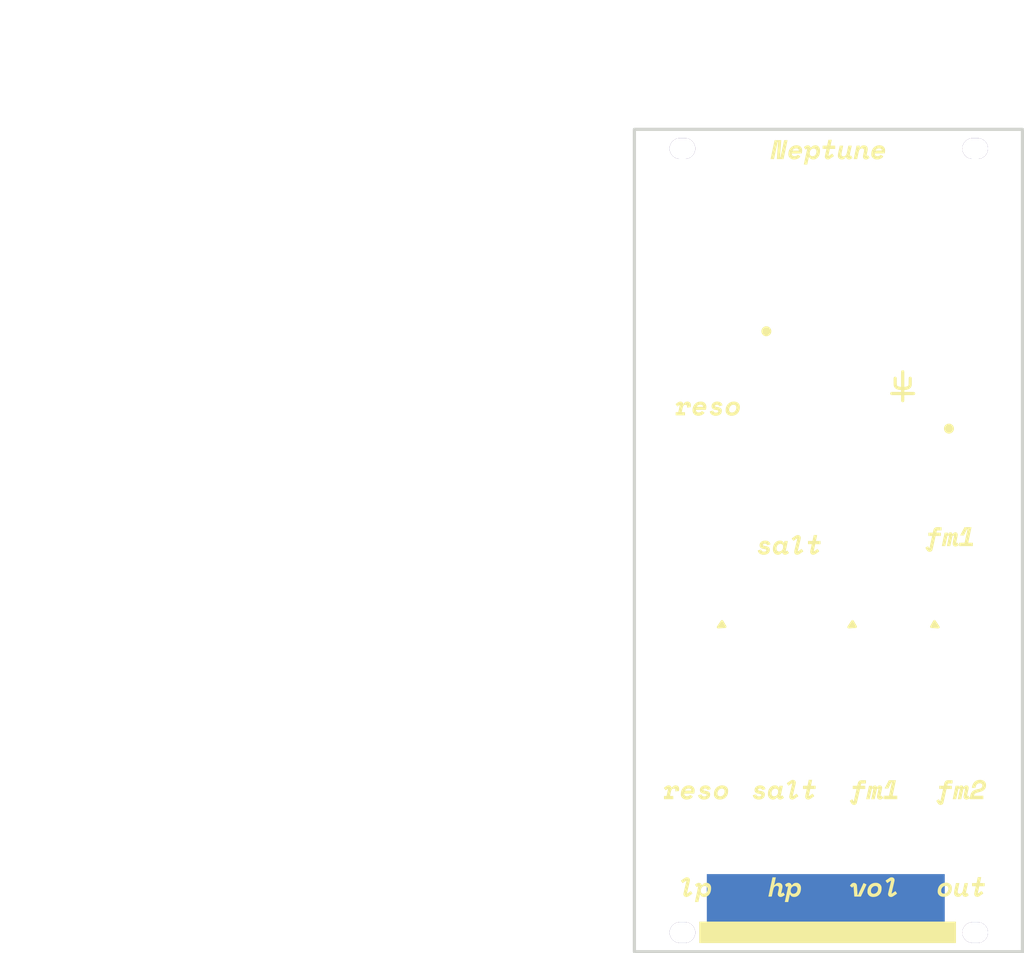
<source format=kicad_pcb>
(kicad_pcb (version 20241229) (generator "pcbnew") (generator_version "9.0")
  (title_block (title "Neptune") (date "2025-01-30") (rev "v1 DIY") (company "Winterbloom") (comment 1 "Alethea Flowers") (comment 2 "CC BY-NC-ND 4.0") (comment 3 "neptune.wntr.dev"))
  (layers (0 "F.Cu" signal) (2 "B.Cu" signal) (13 "F.Paste" user) (15 "B.Paste" user) (5 "F.SilkS" user "F.Silkscreen") (7 "B.SilkS" user "B.Silkscreen") (1 "F.Mask" user) (3 "B.Mask" user) (25 "Edge.Cuts" user))
  (net 0 "")
  (footprint "DrillSlottedHole" (layer "F.Cu") (at 116.589989 169.617394)
    (property "Reference" "" (at 0 0 0) (layer "F.SilkS") (effects (font (size 1.27 1.27))))
    (property "Value" "" (at 0 0 0) (layer "F.SilkS") (effects (font (size 1.27 1.27))))
    (pad "" np_thru_hole roundrect (at 0 0) (size 4 3.25) (drill oval 4 3.25) (layers "*.Cu" "*.Mask") (roundrect_rratio 0.5) (clearance 0.1))
  )
  (footprint "DrillHole" (layer "F.Cu") (at 132.539989 140.127394)
    (property "Reference" "" (at 0 0 0) (layer "F.SilkS") (effects (font (size 1.27 1.27))))
    (property "Value" "" (at 0 0 0) (layer "F.SilkS") (effects (font (size 1.27 1.27))))
    (pad "" np_thru_hole circle (at 0 0) (size 6.2 6.2) (drill 6.2) (layers "*.Cu" "*.Mask") (clearance 0.1))
  )
  (footprint "DrillHole" (layer "F.Cu") (at 133.339989 100.487394)
    (property "Reference" "" (at 0 0 0) (layer "F.SilkS") (effects (font (size 1.27 1.27))))
    (property "Value" "" (at 0 0 0) (layer "F.SilkS") (effects (font (size 1.27 1.27))))
    (pad "" np_thru_hole circle (at 0 0) (size 7.3 7.3) (drill 7.3) (layers "*.Cu" "*.Mask") (clearance 0.1))
  )
  (footprint "Graphics" (layer "F.Cu") (at 109.089989 44.117394)
    (property "Reference" "" (at 0 0 0) (layer "F.SilkS") (effects (font (size 1.27 1.27))))
    (property "Value" "" (at 0 0 0) (layer "F.SilkS") (effects (font (size 1.27 1.27))))
  )
  (footprint "DrillHole" (layer "F.Cu") (at 119.039989 123.557394)
    (property "Reference" "" (at 0 0 0) (layer "F.SilkS") (effects (font (size 1.27 1.27))))
    (property "Value" "" (at 0 0 0) (layer "F.SilkS") (effects (font (size 1.27 1.27))))
    (pad "" np_thru_hole circle (at 0 0) (size 6.3 6.3) (drill 6.3) (layers "*.Cu" "*.Mask") (clearance 0.1))
  )
  (footprint "DrillSlottedHole" (layer "F.Cu") (at 116.589989 47.117394)
    (property "Reference" "" (at 0 0 0) (layer "F.SilkS") (effects (font (size 1.27 1.27))))
    (property "Value" "" (at 0 0 0) (layer "F.SilkS") (effects (font (size 1.27 1.27))))
    (pad "" np_thru_hole roundrect (at 0 0) (size 4 3.25) (drill oval 4 3.25) (layers "*.Cu" "*.Mask") (roundrect_rratio 0.5) (clearance 0.1))
  )
  (footprint "DrillHole" (layer "F.Cu") (at 132.539989 155.327394)
    (property "Reference" "" (at 0 0 0) (layer "F.SilkS") (effects (font (size 1.27 1.27))))
    (property "Value" "" (at 0 0 0) (layer "F.SilkS") (effects (font (size 1.27 1.27))))
    (pad "" np_thru_hole circle (at 0 0) (size 6.2 6.2) (drill 6.2) (layers "*.Cu" "*.Mask") (clearance 0.1))
  )
  (footprint "DrillHole" (layer "F.Cu") (at 120.539989 78.767394)
    (property "Reference" "" (at 0 0 0) (layer "F.SilkS") (effects (font (size 1.27 1.27))))
    (property "Value" "" (at 0 0 0) (layer "F.SilkS") (effects (font (size 1.27 1.27))))
    (pad "" np_thru_hole circle (at 0 0) (size 7.3 7.3) (drill 7.3) (layers "*.Cu" "*.Mask") (clearance 0.1))
  )
  (footprint "DrillHole" (layer "F.Cu") (at 118.689989 155.327394)
    (property "Reference" "" (at 0 0 0) (layer "F.SilkS") (effects (font (size 1.27 1.27))))
    (property "Value" "" (at 0 0 0) (layer "F.SilkS") (effects (font (size 1.27 1.27))))
    (pad "" np_thru_hole circle (at 0 0) (size 6.2 6.2) (drill 6.2) (layers "*.Cu" "*.Mask") (clearance 0.1))
  )
  (footprint "DrillHole" (layer "F.Cu") (at 160.089989 140.127394)
    (property "Reference" "" (at 0 0 0) (layer "F.SilkS") (effects (font (size 1.27 1.27))))
    (property "Value" "" (at 0 0 0) (layer "F.SilkS") (effects (font (size 1.27 1.27))))
    (pad "" np_thru_hole circle (at 0 0) (size 6.2 6.2) (drill 6.2) (layers "*.Cu" "*.Mask") (clearance 0.1))
  )
  (footprint "Graphics" (layer "F.Cu") (at 109.089989 44.117394)
    (property "Reference" "" (at 0 0 0) (layer "F.SilkS") (effects (font (size 1.27 1.27))))
    (property "Value" "" (at 0 0 0) (layer "F.SilkS") (effects (font (size 1.27 1.27))))
  )
  (footprint "DrillHole" (layer "F.Cu") (at 158.239989 99.167394)
    (property "Reference" "" (at 0 0 0) (layer "F.SilkS") (effects (font (size 1.27 1.27))))
    (property "Value" "" (at 0 0 0) (layer "F.SilkS") (effects (font (size 1.27 1.27))))
    (pad "" np_thru_hole circle (at 0 0) (size 7.3 7.3) (drill 7.3) (layers "*.Cu" "*.Mask") (clearance 0.1))
  )
  (footprint "Graphics" (layer "F.Cu") (at 109.089989 44.117394)
    (property "Reference" "" (at 0 0 0) (layer "F.SilkS") (effects (font (size 1.27 1.27))))
    (property "Value" "" (at 0 0 0) (layer "F.SilkS") (effects (font (size 1.27 1.27))))
  )
  (footprint "DrillHole" (layer "F.Cu") (at 146.409989 140.127394)
    (property "Reference" "" (at 0 0 0) (layer "F.SilkS") (effects (font (size 1.27 1.27))))
    (property "Value" "" (at 0 0 0) (layer "F.SilkS") (effects (font (size 1.27 1.27))))
    (pad "" np_thru_hole circle (at 0 0) (size 6.2 6.2) (drill 6.2) (layers "*.Cu" "*.Mask") (clearance 0.1))
  )
  (footprint "DrillHole" (layer "F.Cu") (at 118.689989 140.127394)
    (property "Reference" "" (at 0 0 0) (layer "F.SilkS") (effects (font (size 1.27 1.27))))
    (property "Value" "" (at 0 0 0) (layer "F.SilkS") (effects (font (size 1.27 1.27))))
    (pad "" np_thru_hole circle (at 0 0) (size 6.2 6.2) (drill 6.2) (layers "*.Cu" "*.Mask") (clearance 0.1))
  )
  (footprint "DrillHole" (layer "F.Cu") (at 139.389989 123.557394)
    (property "Reference" "" (at 0 0 0) (layer "F.SilkS") (effects (font (size 1.27 1.27))))
    (property "Value" "" (at 0 0 0) (layer "F.SilkS") (effects (font (size 1.27 1.27))))
    (pad "" np_thru_hole circle (at 0 0) (size 6.3 6.3) (drill 6.3) (layers "*.Cu" "*.Mask") (clearance 0.1))
  )
  (footprint "DrillHole" (layer "F.Cu") (at 150.989989 68.017394)
    (property "Reference" "" (at 0 0 0) (layer "F.SilkS") (effects (font (size 1.27 1.27))))
    (property "Value" "" (at 0 0 0) (layer "F.SilkS") (effects (font (size 1.27 1.27))))
    (pad "" np_thru_hole circle (at 0 0) (size 7.3 7.3) (drill 7.3) (layers "*.Cu" "*.Mask") (clearance 0.1))
  )
  (footprint "Graphics" (layer "F.Cu") (at 109.089989 44.117394)
    (property "Reference" "" (at 0 0 0) (layer "F.SilkS") (effects (font (size 1.27 1.27))))
    (property "Value" "" (at 0 0 0) (layer "F.SilkS") (effects (font (size 1.27 1.27))))
  )
  (footprint "DrillSlottedHole" (layer "F.Cu") (at 162.309989 169.617394)
    (property "Reference" "" (at 0 0 0) (layer "F.SilkS") (effects (font (size 1.27 1.27))))
    (property "Value" "" (at 0 0 0) (layer "F.SilkS") (effects (font (size 1.27 1.27))))
    (pad "" np_thru_hole roundrect (at 0 0) (size 4 3.25) (drill oval 4 3.25) (layers "*.Cu" "*.Mask") (roundrect_rratio 0.5) (clearance 0.1))
  )
  (footprint "DrillHole" (layer "F.Cu") (at 159.739989 123.557394)
    (property "Reference" "" (at 0 0 0) (layer "F.SilkS") (effects (font (size 1.27 1.27))))
    (property "Value" "" (at 0 0 0) (layer "F.SilkS") (effects (font (size 1.27 1.27))))
    (pad "" np_thru_hole circle (at 0 0) (size 6.3 6.3) (drill 6.3) (layers "*.Cu" "*.Mask") (clearance 0.1))
  )
  (footprint "DrillHole" (layer "F.Cu") (at 160.089989 155.327394)
    (property "Reference" "" (at 0 0 0) (layer "F.SilkS") (effects (font (size 1.27 1.27))))
    (property "Value" "" (at 0 0 0) (layer "F.SilkS") (effects (font (size 1.27 1.27))))
    (pad "" np_thru_hole circle (at 0 0) (size 6.2 6.2) (drill 6.2) (layers "*.Cu" "*.Mask") (clearance 0.1))
  )
  (footprint "DrillHole" (layer "F.Cu") (at 146.409989 155.327394)
    (property "Reference" "" (at 0 0 0) (layer "F.SilkS") (effects (font (size 1.27 1.27))))
    (property "Value" "" (at 0 0 0) (layer "F.SilkS") (effects (font (size 1.27 1.27))))
    (pad "" np_thru_hole circle (at 0 0) (size 6.2 6.2) (drill 6.2) (layers "*.Cu" "*.Mask") (clearance 0.1))
  )
  (footprint "DrillSlottedHole" (layer "F.Cu") (at 162.309989 47.117394)
    (property "Reference" "" (at 0 0 0) (layer "F.SilkS") (effects (font (size 1.27 1.27))))
    (property "Value" "" (at 0 0 0) (layer "F.SilkS") (effects (font (size 1.27 1.27))))
    (pad "" np_thru_hole roundrect (at 0 0) (size 4 3.25) (drill oval 4 3.25) (layers "*.Cu" "*.Mask") (roundrect_rratio 0.5) (clearance 0.1))
  )
  (footprint "Graphics" (layer "B.Cu") (at 109.089989 44.117394)
    (property "Reference" "" (at 0 0 0) (layer "F.SilkS") (effects (font (size 1.27 1.27))))
    (property "Value" "" (at 0 0 0) (layer "F.SilkS") (effects (font (size 1.27 1.27))))
    (fp_poly (pts (xy 11.31 121.285) (xy 11.31 116.37) (xy 29.89 116.37) (xy 48.47 116.37) (xy 48.47 121.285) (xy 48.47 126.2) (xy 29.89 126.2) (xy 11.31 126.2) (xy 11.31 121.285)) (fill yes) (layer "B.Cu"))
  )
  (gr_rect (start 119.264989 167.96438) (end 159.264989 171.21438) (stroke (width 0.1)) (fill yes) (layer "F.SilkS"))
  (gr_poly (pts (xy 109.089989 44.117394) (xy 169.689989 44.117394) (xy 169.689989 172.617394) (xy 109.089989 172.617394) (xy 109.089989 44.117394)) (stroke (width 0.5)) (fill no) (layer "Edge.Cuts"))
  (gr_text "" (at 109.089989 44.117394 0) (layer "F.SilkS") (effects (font (size 1.27 1.27))))
  (gr_text "" (at 109.089989 44.117394 0) (layer "F.SilkS") (effects (font (size 1.27 1.27))))
)
</source>
